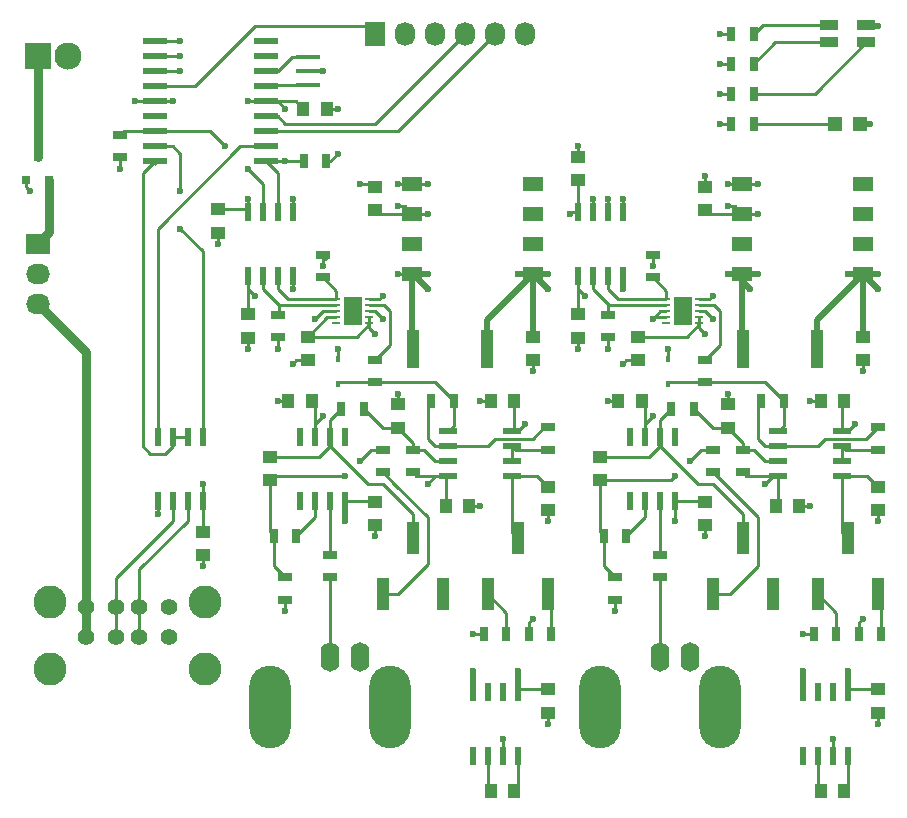
<source format=gtl>
G04 #@! TF.FileFunction,Copper,L1,Top,Signal*
%FSLAX46Y46*%
G04 Gerber Fmt 4.6, Leading zero omitted, Abs format (unit mm)*
G04 Created by KiCad (PCBNEW 4.0.1-stable) date 8/18/2016 11:15:08 PM*
%MOMM*%
G01*
G04 APERTURE LIST*
%ADD10C,0.127000*%
%ADD11R,1.000000X1.250000*%
%ADD12R,1.250000X1.000000*%
%ADD13R,1.500000X0.900000*%
%ADD14R,1.198880X1.198880*%
%ADD15R,2.000000X0.600000*%
%ADD16R,2.032000X1.727200*%
%ADD17O,2.032000X1.727200*%
%ADD18R,2.300000X2.300000*%
%ADD19C,2.300000*%
%ADD20C,1.420000*%
%ADD21C,2.800000*%
%ADD22O,3.500120X7.000240*%
%ADD23O,1.600200X2.499360*%
%ADD24R,1.727200X2.032000*%
%ADD25O,1.727200X2.032000*%
%ADD26R,1.800000X1.200000*%
%ADD27R,0.800100X0.800100*%
%ADD28R,0.700000X1.300000*%
%ADD29R,1.300000X0.700000*%
%ADD30R,1.016000X2.794000*%
%ADD31R,0.600000X1.550000*%
%ADD32R,1.550000X0.600000*%
%ADD33R,0.700000X0.250000*%
%ADD34R,1.650000X2.380000*%
%ADD35R,2.000000X0.400000*%
%ADD36R,1.000000X3.200000*%
%ADD37R,0.450000X0.590000*%
%ADD38C,0.600000*%
%ADD39C,0.254000*%
%ADD40C,0.508000*%
%ADD41C,0.762000*%
G04 APERTURE END LIST*
D10*
D11*
X27575000Y60960000D03*
X29575000Y60960000D03*
D12*
X19050000Y25130000D03*
X19050000Y23130000D03*
X35560000Y33925000D03*
X35560000Y35925000D03*
X22860000Y43545000D03*
X22860000Y41545000D03*
X20320000Y52435000D03*
X20320000Y50435000D03*
X27940000Y41640000D03*
X27940000Y39640000D03*
X33655000Y52340000D03*
X33655000Y54340000D03*
X46990000Y41640000D03*
X46990000Y39640000D03*
X24765000Y29480000D03*
X24765000Y31480000D03*
X48260000Y26940000D03*
X48260000Y28940000D03*
X48260000Y9795000D03*
X48260000Y11795000D03*
D11*
X28305000Y36195000D03*
X26305000Y36195000D03*
D12*
X33655000Y25670000D03*
X33655000Y27670000D03*
D11*
X45450000Y36195000D03*
X43450000Y36195000D03*
X41640000Y27305000D03*
X39640000Y27305000D03*
X43450000Y3175000D03*
X45450000Y3175000D03*
D12*
X50800000Y43545000D03*
X50800000Y41545000D03*
X50800000Y54880000D03*
X50800000Y56880000D03*
X55880000Y41640000D03*
X55880000Y39640000D03*
X63500000Y33925000D03*
X63500000Y35925000D03*
X61595000Y52340000D03*
X61595000Y54340000D03*
X74930000Y41640000D03*
X74930000Y39640000D03*
X52705000Y29480000D03*
X52705000Y31480000D03*
X76200000Y26940000D03*
X76200000Y28940000D03*
X76200000Y9795000D03*
X76200000Y11795000D03*
D11*
X56245000Y36195000D03*
X54245000Y36195000D03*
D12*
X61595000Y25670000D03*
X61595000Y27670000D03*
D11*
X73390000Y36195000D03*
X71390000Y36195000D03*
X69580000Y27305000D03*
X67580000Y27305000D03*
X71390000Y3175000D03*
X73390000Y3175000D03*
D13*
X75210000Y66560000D03*
X75210000Y68060000D03*
X72110000Y68060000D03*
X72110000Y66560000D03*
D14*
X74709020Y59690000D03*
X72610980Y59690000D03*
D15*
X14985000Y66675000D03*
X14985000Y65405000D03*
X14985000Y64135000D03*
X14985000Y62865000D03*
X14985000Y61595000D03*
X14985000Y60325000D03*
X14985000Y59055000D03*
X14985000Y57785000D03*
X14985000Y56515000D03*
X24385000Y56515000D03*
X24385000Y57785000D03*
X24385000Y59055000D03*
X24385000Y60325000D03*
X24385000Y61595000D03*
X24385000Y62865000D03*
X24385000Y64135000D03*
X24385000Y65405000D03*
X24385000Y66675000D03*
D16*
X5080000Y49530000D03*
D17*
X5080000Y46990000D03*
X5080000Y44450000D03*
D18*
X5080000Y65405000D03*
D19*
X7620000Y65405000D03*
D20*
X9200000Y18805005D03*
X11700000Y18805005D03*
X13700000Y18805005D03*
X16200000Y18805005D03*
X9200000Y16185005D03*
X11700000Y16185005D03*
X13700000Y16185005D03*
X16200000Y16185005D03*
D21*
X19270000Y13475005D03*
X19270000Y19155005D03*
X6130000Y19155005D03*
X6130000Y13475005D03*
D22*
X34942780Y10261600D03*
X24744680Y10261600D03*
D23*
X29845000Y14526260D03*
X32344360Y14526260D03*
D22*
X62882780Y10261600D03*
X52684680Y10261600D03*
D23*
X57785000Y14526260D03*
X60284360Y14526260D03*
D24*
X33655000Y67310000D03*
D25*
X36195000Y67310000D03*
X38735000Y67310000D03*
X41275000Y67310000D03*
X43815000Y67310000D03*
X46355000Y67310000D03*
D26*
X36810000Y54610000D03*
X36810000Y52070000D03*
X36810000Y49530000D03*
X36810000Y46990000D03*
X47010000Y46990000D03*
X47010000Y49530000D03*
X47010000Y52070000D03*
X47010000Y54610000D03*
X64750000Y54610000D03*
X64750000Y52070000D03*
X64750000Y49530000D03*
X64750000Y46990000D03*
X74950000Y46990000D03*
X74950000Y49530000D03*
X74950000Y52070000D03*
X74950000Y54610000D03*
D27*
X4130000Y54879240D03*
X6030000Y54879240D03*
X5080000Y56878220D03*
D28*
X65720000Y64770000D03*
X63820000Y64770000D03*
X65720000Y62230000D03*
X63820000Y62230000D03*
X65720000Y67310000D03*
X63820000Y67310000D03*
X63820000Y59690000D03*
X65720000Y59690000D03*
D29*
X29845000Y21275000D03*
X29845000Y23175000D03*
D28*
X30800000Y35560000D03*
X32700000Y35560000D03*
D29*
X33655000Y37785000D03*
X33655000Y39685000D03*
X36830000Y32065000D03*
X36830000Y30165000D03*
D28*
X26985000Y24765000D03*
X25085000Y24765000D03*
D29*
X25400000Y41595000D03*
X25400000Y43495000D03*
D28*
X38420000Y36195000D03*
X40320000Y36195000D03*
D29*
X34290000Y32065000D03*
X34290000Y30165000D03*
D28*
X48575000Y16510000D03*
X46675000Y16510000D03*
D29*
X26035000Y21270000D03*
X26035000Y19370000D03*
X48260000Y33970000D03*
X48260000Y32070000D03*
D28*
X44765000Y16510000D03*
X42865000Y16510000D03*
D29*
X57785000Y21275000D03*
X57785000Y23175000D03*
D28*
X58740000Y35560000D03*
X60640000Y35560000D03*
D29*
X61595000Y37785000D03*
X61595000Y39685000D03*
X53340000Y41595000D03*
X53340000Y43495000D03*
X64770000Y32065000D03*
X64770000Y30165000D03*
D28*
X54925000Y24765000D03*
X53025000Y24765000D03*
X66360000Y36195000D03*
X68260000Y36195000D03*
D29*
X62230000Y32065000D03*
X62230000Y30165000D03*
D28*
X76515000Y16510000D03*
X74615000Y16510000D03*
D29*
X53975000Y21270000D03*
X53975000Y19370000D03*
X76200000Y33970000D03*
X76200000Y32070000D03*
D28*
X72705000Y16510000D03*
X70805000Y16510000D03*
X29525000Y56515000D03*
X27625000Y56515000D03*
D29*
X12065000Y56835000D03*
X12065000Y58735000D03*
X29210000Y48575000D03*
X29210000Y46675000D03*
X57150000Y48575000D03*
X57150000Y46675000D03*
D30*
X34290000Y19875500D03*
X36830000Y24574500D03*
X39370000Y19875500D03*
X43180000Y19875500D03*
X45720000Y24574500D03*
X48260000Y19875500D03*
X62230000Y19875500D03*
X64770000Y24574500D03*
X67310000Y19875500D03*
X71120000Y19875500D03*
X73660000Y24574500D03*
X76200000Y19875500D03*
D31*
X19050000Y33180000D03*
X17780000Y33180000D03*
X16510000Y33180000D03*
X15240000Y33180000D03*
X15240000Y27780000D03*
X16510000Y27780000D03*
X17780000Y27780000D03*
X19050000Y27780000D03*
X27305000Y27780000D03*
X28575000Y27780000D03*
X29845000Y27780000D03*
X31115000Y27780000D03*
X31115000Y33180000D03*
X29845000Y33180000D03*
X28575000Y33180000D03*
X27305000Y33180000D03*
D32*
X39845000Y33655000D03*
X39845000Y32385000D03*
X39845000Y31115000D03*
X39845000Y29845000D03*
X45245000Y29845000D03*
X45245000Y31115000D03*
X45245000Y32385000D03*
X45245000Y33655000D03*
D31*
X22860000Y46830000D03*
X24130000Y46830000D03*
X25400000Y46830000D03*
X26670000Y46830000D03*
X26670000Y52230000D03*
X25400000Y52230000D03*
X24130000Y52230000D03*
X22860000Y52230000D03*
D33*
X33175000Y42815000D03*
X33175000Y43315000D03*
X33175000Y43815000D03*
X33175000Y44315000D03*
X33175000Y44815000D03*
X30325000Y44815000D03*
X30325000Y44315000D03*
X30325000Y43815000D03*
X30325000Y43315000D03*
X30325000Y42815000D03*
D34*
X31750000Y43815000D03*
D31*
X41910000Y6190000D03*
X43180000Y6190000D03*
X44450000Y6190000D03*
X45720000Y6190000D03*
X45720000Y11590000D03*
X44450000Y11590000D03*
X43180000Y11590000D03*
X41910000Y11590000D03*
X55245000Y27780000D03*
X56515000Y27780000D03*
X57785000Y27780000D03*
X59055000Y27780000D03*
X59055000Y33180000D03*
X57785000Y33180000D03*
X56515000Y33180000D03*
X55245000Y33180000D03*
D32*
X67785000Y33655000D03*
X67785000Y32385000D03*
X67785000Y31115000D03*
X67785000Y29845000D03*
X73185000Y29845000D03*
X73185000Y31115000D03*
X73185000Y32385000D03*
X73185000Y33655000D03*
D31*
X50800000Y46830000D03*
X52070000Y46830000D03*
X53340000Y46830000D03*
X54610000Y46830000D03*
X54610000Y52230000D03*
X53340000Y52230000D03*
X52070000Y52230000D03*
X50800000Y52230000D03*
D33*
X61115000Y42815000D03*
X61115000Y43315000D03*
X61115000Y43815000D03*
X61115000Y44315000D03*
X61115000Y44815000D03*
X58265000Y44815000D03*
X58265000Y44315000D03*
X58265000Y43815000D03*
X58265000Y43315000D03*
X58265000Y42815000D03*
D34*
X59690000Y43815000D03*
D31*
X69850000Y6190000D03*
X71120000Y6190000D03*
X72390000Y6190000D03*
X73660000Y6190000D03*
X73660000Y11590000D03*
X72390000Y11590000D03*
X71120000Y11590000D03*
X69850000Y11590000D03*
D35*
X27940000Y64135000D03*
X27940000Y65335000D03*
X27940000Y62935000D03*
D36*
X43105000Y40640000D03*
X36905000Y40640000D03*
X71045000Y40640000D03*
X64845000Y40640000D03*
D37*
X30480000Y39790000D03*
X30480000Y37680000D03*
X58420000Y39790000D03*
X58420000Y37680000D03*
D38*
X50165000Y52070000D03*
X19050000Y29210000D03*
X30480000Y57150000D03*
X12065000Y55880000D03*
X26035000Y60960000D03*
X22860000Y61595000D03*
X22860000Y53340000D03*
X35560000Y52705000D03*
X38100000Y52070000D03*
X63500000Y52705000D03*
X66040000Y52070000D03*
X62865000Y59690000D03*
X76200000Y67945000D03*
X4445000Y53975000D03*
X15240000Y26670000D03*
X19050000Y22225000D03*
X13335000Y61595000D03*
X16510000Y61595000D03*
X29210000Y64135000D03*
X30480000Y60960000D03*
X20320000Y49530000D03*
X26670000Y53340000D03*
X32385000Y54610000D03*
X38100000Y54610000D03*
X35560000Y54610000D03*
X66040000Y54610000D03*
X63500000Y54610000D03*
X54610000Y53340000D03*
X50800000Y57785000D03*
X61595000Y55245000D03*
X75565000Y59690000D03*
X41910000Y16510000D03*
X35560000Y36830000D03*
X38100000Y29210000D03*
X31115000Y26035000D03*
X45720000Y13335000D03*
X48260000Y45720000D03*
X48260000Y46990000D03*
X45720000Y46990000D03*
X41910000Y13335000D03*
X29210000Y34925000D03*
X46355000Y34290000D03*
X33655000Y41910000D03*
X29210000Y47625000D03*
X25400000Y40640000D03*
X23495000Y45085000D03*
X28575000Y43180000D03*
X38100000Y45720000D03*
X38100000Y46990000D03*
X26035000Y18415000D03*
X42545000Y27305000D03*
X33655000Y24765000D03*
X35560000Y46990000D03*
X26670000Y45720000D03*
X34290000Y43180000D03*
X34290000Y45085000D03*
X42545000Y36195000D03*
X26670000Y39370000D03*
X46990000Y38735000D03*
X48260000Y26035000D03*
X46990000Y17780000D03*
X48260000Y8890000D03*
X44450000Y7620000D03*
X25400000Y36195000D03*
X30480000Y40640000D03*
X22860000Y40640000D03*
X31115000Y29845000D03*
X32385000Y31115000D03*
X53340000Y40640000D03*
X61595000Y41910000D03*
X69850000Y13335000D03*
X76200000Y45720000D03*
X76200000Y46990000D03*
X73660000Y46990000D03*
X74295000Y34290000D03*
X57150000Y34925000D03*
X57150000Y47625000D03*
X51435000Y45085000D03*
X54610000Y45720000D03*
X65405000Y45720000D03*
X66040000Y46990000D03*
X63500000Y46990000D03*
X62230000Y43180000D03*
X62230000Y45085000D03*
X57150000Y43180000D03*
X50800000Y40640000D03*
X54610000Y39370000D03*
X53340000Y36195000D03*
X58420000Y40640000D03*
X74930000Y38735000D03*
X70485000Y36195000D03*
X53975000Y18415000D03*
X61595000Y24765000D03*
X70485000Y27305000D03*
X76200000Y26035000D03*
X74930000Y17780000D03*
X72390000Y7620000D03*
X76200000Y8890000D03*
X69850000Y16510000D03*
X59055000Y26035000D03*
X63500000Y36830000D03*
X66675000Y29210000D03*
X73660000Y13335000D03*
X60325000Y31115000D03*
X59055000Y29845000D03*
X17145000Y66675000D03*
X62865000Y67310000D03*
X17145000Y65405000D03*
X62865000Y64770000D03*
X62865000Y62230000D03*
X17145000Y64135000D03*
X22860000Y55880000D03*
X52070000Y53340000D03*
X20955000Y57785000D03*
X17145000Y53975000D03*
X17145000Y50800000D03*
X53340000Y53340000D03*
X26035000Y56515000D03*
D39*
X50800000Y52230000D02*
X50325000Y52230000D01*
X50325000Y52230000D02*
X50165000Y52070000D01*
X19050000Y27780000D02*
X19050000Y29210000D01*
X29525000Y56515000D02*
X29845000Y56515000D01*
X29845000Y56515000D02*
X30480000Y57150000D01*
X12065000Y56835000D02*
X12065000Y55880000D01*
X24385000Y61595000D02*
X25400000Y61595000D01*
X25400000Y61595000D02*
X26035000Y60960000D01*
X24385000Y61595000D02*
X22860000Y61595000D01*
X22860000Y52230000D02*
X22860000Y53340000D01*
X36810000Y52070000D02*
X36175000Y52705000D01*
X36175000Y52705000D02*
X35560000Y52705000D01*
X36810000Y52070000D02*
X38100000Y52070000D01*
X64750000Y52070000D02*
X64115000Y52705000D01*
X64115000Y52705000D02*
X63500000Y52705000D01*
X64750000Y52070000D02*
X66040000Y52070000D01*
X63820000Y59690000D02*
X62865000Y59690000D01*
X75210000Y68060000D02*
X75325000Y67945000D01*
X75325000Y67945000D02*
X76200000Y67945000D01*
X33655000Y52340000D02*
X33925000Y52070000D01*
X33925000Y52070000D02*
X36810000Y52070000D01*
X61595000Y52340000D02*
X61865000Y52070000D01*
X61865000Y52070000D02*
X64750000Y52070000D01*
X27575000Y60960000D02*
X26940000Y61595000D01*
X26940000Y61595000D02*
X24385000Y61595000D01*
X50800000Y52230000D02*
X50800000Y54880000D01*
X20320000Y52435000D02*
X22655000Y52435000D01*
X22655000Y52435000D02*
X22860000Y52230000D01*
X19050000Y25130000D02*
X19050000Y27780000D01*
X4130000Y54879240D02*
X4130000Y54290000D01*
X4130000Y54290000D02*
X4445000Y53975000D01*
X15240000Y27780000D02*
X15240000Y26670000D01*
X19050000Y23130000D02*
X19050000Y22225000D01*
X14985000Y61595000D02*
X13335000Y61595000D01*
X14985000Y61595000D02*
X16510000Y61595000D01*
X27940000Y64135000D02*
X29210000Y64135000D01*
X29575000Y60960000D02*
X30480000Y60960000D01*
X20320000Y50435000D02*
X20320000Y49530000D01*
X26670000Y52230000D02*
X26670000Y53340000D01*
X33655000Y54340000D02*
X33385000Y54610000D01*
X33385000Y54610000D02*
X32385000Y54610000D01*
X36810000Y54610000D02*
X38100000Y54610000D01*
X36810000Y54610000D02*
X35560000Y54610000D01*
X64750000Y54610000D02*
X66040000Y54610000D01*
X64750000Y54610000D02*
X63500000Y54610000D01*
X54610000Y52230000D02*
X54610000Y53340000D01*
X50800000Y56880000D02*
X50800000Y57785000D01*
X61595000Y54340000D02*
X61595000Y55245000D01*
X74709020Y59690000D02*
X75565000Y59690000D01*
X35560000Y33925000D02*
X34335000Y33925000D01*
X34335000Y33925000D02*
X32700000Y35560000D01*
X36830000Y32065000D02*
X36830000Y32655000D01*
X36830000Y32655000D02*
X35560000Y33925000D01*
X39845000Y31115000D02*
X38735000Y31115000D01*
X37785000Y32065000D02*
X36830000Y32065000D01*
X38735000Y31115000D02*
X37785000Y32065000D01*
X39640000Y27305000D02*
X39640000Y29640000D01*
X39640000Y29640000D02*
X39845000Y29845000D01*
X42865000Y16510000D02*
X41910000Y16510000D01*
X35560000Y35925000D02*
X35560000Y36830000D01*
X39845000Y29845000D02*
X38735000Y29845000D01*
X38735000Y29845000D02*
X38100000Y29210000D01*
X39640000Y29640000D02*
X39845000Y29845000D01*
D40*
X31115000Y26035000D02*
X31115000Y27780000D01*
X45720000Y11590000D02*
X45720000Y13335000D01*
D39*
X39845000Y29845000D02*
X37150000Y29845000D01*
X37150000Y29845000D02*
X36830000Y30165000D01*
X39640000Y29640000D02*
X39845000Y29845000D01*
X33655000Y27670000D02*
X33545000Y27780000D01*
X33545000Y27780000D02*
X31115000Y27780000D01*
X45720000Y11590000D02*
X45925000Y11795000D01*
X45925000Y11795000D02*
X48260000Y11795000D01*
D40*
X47010000Y46990000D02*
X47010000Y46970000D01*
X47010000Y46970000D02*
X48260000Y45720000D01*
X47010000Y46990000D02*
X48260000Y46990000D01*
X47010000Y46990000D02*
X45720000Y46990000D01*
X41910000Y11590000D02*
X41910000Y13335000D01*
D39*
X28575000Y33180000D02*
X28575000Y34290000D01*
X28575000Y34290000D02*
X29210000Y34925000D01*
X45245000Y33655000D02*
X45720000Y33655000D01*
X45720000Y33655000D02*
X46355000Y34290000D01*
X33175000Y42815000D02*
X33175000Y42390000D01*
X33175000Y42390000D02*
X33655000Y41910000D01*
X29210000Y48575000D02*
X29210000Y47625000D01*
X25400000Y41595000D02*
X25400000Y40640000D01*
X22860000Y46830000D02*
X22860000Y45720000D01*
X22860000Y45720000D02*
X23495000Y45085000D01*
X29525000Y48260000D02*
X29210000Y48575000D01*
X45450000Y45430000D02*
X47010000Y46990000D01*
X27940000Y41640000D02*
X32115000Y41640000D01*
X32115000Y41640000D02*
X33175000Y42700000D01*
X33175000Y42700000D02*
X33175000Y42815000D01*
X33175000Y43315000D02*
X33175000Y42815000D01*
X30325000Y43315000D02*
X29615000Y43315000D01*
X29615000Y43315000D02*
X27940000Y41640000D01*
X22860000Y43545000D02*
X22860000Y46830000D01*
D40*
X46990000Y41640000D02*
X46990000Y46970000D01*
X46990000Y46970000D02*
X47010000Y46990000D01*
X43105000Y40640000D02*
X43105000Y43085000D01*
X43105000Y43085000D02*
X47010000Y46990000D01*
D39*
X45245000Y33655000D02*
X45450000Y33860000D01*
X45450000Y33860000D02*
X45450000Y36195000D01*
X28575000Y33180000D02*
X28575000Y35925000D01*
X28575000Y35925000D02*
X28305000Y36195000D01*
X30325000Y43815000D02*
X29210000Y43815000D01*
X29210000Y43815000D02*
X28575000Y43180000D01*
D40*
X36810000Y46990000D02*
X36830000Y46990000D01*
X36830000Y46990000D02*
X38100000Y45720000D01*
X36810000Y46990000D02*
X38100000Y46990000D01*
D39*
X26035000Y19370000D02*
X26035000Y18415000D01*
X41640000Y27305000D02*
X42545000Y27305000D01*
X33655000Y25670000D02*
X33655000Y24765000D01*
X36810000Y46990000D02*
X35560000Y46990000D01*
X26670000Y46830000D02*
X26670000Y45720000D01*
X33175000Y43815000D02*
X33655000Y43815000D01*
X33655000Y43815000D02*
X34290000Y43180000D01*
X33175000Y44815000D02*
X34020000Y44815000D01*
X34020000Y44815000D02*
X34290000Y45085000D01*
X43450000Y36195000D02*
X42545000Y36195000D01*
X27940000Y39640000D02*
X26940000Y39640000D01*
X26940000Y39640000D02*
X26670000Y39370000D01*
X46990000Y39640000D02*
X46990000Y38735000D01*
X48260000Y26940000D02*
X48260000Y26035000D01*
X46675000Y16510000D02*
X46675000Y17465000D01*
X46675000Y17465000D02*
X46990000Y17780000D01*
X48260000Y9795000D02*
X48260000Y8890000D01*
X44450000Y6190000D02*
X44450000Y7620000D01*
X26305000Y36195000D02*
X25400000Y36195000D01*
X30480000Y39790000D02*
X30480000Y40640000D01*
X22860000Y41545000D02*
X22860000Y40640000D01*
D40*
X36905000Y40640000D02*
X36810000Y40735000D01*
X36810000Y40735000D02*
X36810000Y46990000D01*
D39*
X34290000Y32065000D02*
X33335000Y32065000D01*
X31115000Y29845000D02*
X25130000Y29845000D01*
X33335000Y32065000D02*
X32385000Y31115000D01*
X24765000Y29480000D02*
X25130000Y29845000D01*
X26035000Y21270000D02*
X25085000Y22220000D01*
X25085000Y22220000D02*
X25085000Y24765000D01*
X24765000Y29480000D02*
X24765000Y25085000D01*
X24765000Y25085000D02*
X25085000Y24765000D01*
X36195000Y27305000D02*
X36830000Y26670000D01*
X36195000Y27305000D02*
X34290000Y29210000D01*
X34290000Y29210000D02*
X33020000Y29210000D01*
X29845000Y32385000D02*
X30480000Y31750000D01*
X33020000Y29210000D02*
X30480000Y31750000D01*
X36830000Y26670000D02*
X36830000Y24574500D01*
X29845000Y33180000D02*
X29845000Y32385000D01*
X29845000Y32385000D02*
X28940000Y31480000D01*
X28940000Y31480000D02*
X24765000Y31480000D01*
X29845000Y33180000D02*
X29845000Y34605000D01*
X29845000Y34605000D02*
X30800000Y35560000D01*
X45720000Y24574500D02*
X45245000Y25049500D01*
X45245000Y25049500D02*
X45245000Y29845000D01*
X48260000Y28940000D02*
X47355000Y29845000D01*
X47355000Y29845000D02*
X45245000Y29845000D01*
X43450000Y3175000D02*
X43180000Y3445000D01*
X43180000Y3445000D02*
X43180000Y6190000D01*
X45450000Y3175000D02*
X45720000Y3445000D01*
X45720000Y3445000D02*
X45720000Y6190000D01*
X53340000Y41595000D02*
X53340000Y40640000D01*
X61115000Y42815000D02*
X61115000Y42390000D01*
X61115000Y42390000D02*
X61595000Y41910000D01*
D40*
X69850000Y11590000D02*
X69850000Y13335000D01*
X74950000Y46990000D02*
X74950000Y46970000D01*
X74950000Y46970000D02*
X76200000Y45720000D01*
X74950000Y46990000D02*
X76200000Y46990000D01*
X74950000Y46990000D02*
X73660000Y46990000D01*
D39*
X73185000Y33655000D02*
X73660000Y33655000D01*
X73660000Y33655000D02*
X74295000Y34290000D01*
X56515000Y33180000D02*
X56515000Y34290000D01*
X56515000Y34290000D02*
X57150000Y34925000D01*
X57150000Y48575000D02*
X57150000Y47625000D01*
X50800000Y46830000D02*
X50800000Y45720000D01*
X50800000Y45720000D02*
X51435000Y45085000D01*
X50800000Y43545000D02*
X50800000Y46830000D01*
D40*
X74950000Y46990000D02*
X74950000Y41660000D01*
X74950000Y41660000D02*
X74930000Y41640000D01*
X71045000Y40640000D02*
X71045000Y43085000D01*
X71045000Y43085000D02*
X74950000Y46990000D01*
D39*
X61115000Y42815000D02*
X61115000Y43315000D01*
X61115000Y42815000D02*
X61115000Y42700000D01*
X61115000Y42700000D02*
X60055000Y41640000D01*
X60055000Y41640000D02*
X55880000Y41640000D01*
X56515000Y33180000D02*
X56515000Y35925000D01*
X56515000Y35925000D02*
X56245000Y36195000D01*
X73185000Y33655000D02*
X73185000Y35990000D01*
X73185000Y35990000D02*
X73390000Y36195000D01*
D40*
X54610000Y46830000D02*
X54610000Y45720000D01*
X64750000Y46990000D02*
X64750000Y46375000D01*
X64750000Y46375000D02*
X65405000Y45720000D01*
X64750000Y46990000D02*
X66040000Y46990000D01*
X64750000Y46990000D02*
X63500000Y46990000D01*
D39*
X61115000Y43815000D02*
X61595000Y43815000D01*
X61595000Y43815000D02*
X62230000Y43180000D01*
X61115000Y44815000D02*
X61960000Y44815000D01*
X61960000Y44815000D02*
X62230000Y45085000D01*
X58265000Y43315000D02*
X57285000Y43315000D01*
X57785000Y43815000D02*
X57150000Y43180000D01*
X57785000Y43815000D02*
X58265000Y43815000D01*
X57285000Y43315000D02*
X57150000Y43180000D01*
X50800000Y41545000D02*
X50800000Y40640000D01*
X55880000Y39640000D02*
X54880000Y39640000D01*
X54880000Y39640000D02*
X54610000Y39370000D01*
X54245000Y36195000D02*
X53340000Y36195000D01*
X58420000Y39790000D02*
X58420000Y40640000D01*
X74930000Y39640000D02*
X74930000Y38735000D01*
X71390000Y36195000D02*
X70485000Y36195000D01*
X53975000Y19370000D02*
X53975000Y18415000D01*
X61595000Y25670000D02*
X61595000Y24765000D01*
X69580000Y27305000D02*
X70485000Y27305000D01*
X76200000Y26940000D02*
X76200000Y26035000D01*
X74615000Y16510000D02*
X74615000Y17465000D01*
X74615000Y17465000D02*
X74930000Y17780000D01*
X72390000Y6190000D02*
X72390000Y7620000D01*
X76200000Y9795000D02*
X76200000Y8890000D01*
D40*
X64845000Y40640000D02*
X64750000Y40735000D01*
X64750000Y40735000D02*
X64750000Y46990000D01*
D39*
X63500000Y33925000D02*
X62275000Y33925000D01*
X62275000Y33925000D02*
X60640000Y35560000D01*
X63500000Y33925000D02*
X64770000Y32655000D01*
X64770000Y32655000D02*
X64770000Y32065000D01*
X64770000Y32065000D02*
X65725000Y32065000D01*
X66675000Y31115000D02*
X67785000Y31115000D01*
X65725000Y32065000D02*
X66675000Y31115000D01*
X70805000Y16510000D02*
X69850000Y16510000D01*
X59055000Y27780000D02*
X59055000Y26035000D01*
X63500000Y35925000D02*
X63500000Y36830000D01*
X67785000Y29845000D02*
X67310000Y29845000D01*
X67310000Y29845000D02*
X66675000Y29210000D01*
D40*
X73660000Y11590000D02*
X73660000Y13335000D01*
D39*
X73660000Y11590000D02*
X73865000Y11795000D01*
X73865000Y11795000D02*
X76200000Y11795000D01*
X67580000Y27305000D02*
X67785000Y27510000D01*
X67785000Y27510000D02*
X67785000Y29845000D01*
X64770000Y30165000D02*
X65090000Y29845000D01*
X65090000Y29845000D02*
X67785000Y29845000D01*
X59055000Y27780000D02*
X61485000Y27780000D01*
X61485000Y27780000D02*
X61595000Y27670000D01*
X52705000Y29480000D02*
X58690000Y29480000D01*
X61275000Y32065000D02*
X62230000Y32065000D01*
X60325000Y31115000D02*
X61275000Y32065000D01*
X58690000Y29480000D02*
X59055000Y29845000D01*
X53025000Y24765000D02*
X52705000Y25085000D01*
X52705000Y25085000D02*
X52705000Y29480000D01*
X53975000Y21270000D02*
X53025000Y22220000D01*
X53025000Y22220000D02*
X53025000Y24765000D01*
X57785000Y33180000D02*
X57785000Y34605000D01*
X57785000Y34605000D02*
X58740000Y35560000D01*
X57785000Y33180000D02*
X57785000Y32385000D01*
X57785000Y32385000D02*
X60960000Y29210000D01*
X64770000Y26670000D02*
X64770000Y24574500D01*
X62230000Y29210000D02*
X64770000Y26670000D01*
X60960000Y29210000D02*
X62230000Y29210000D01*
X52705000Y31480000D02*
X56880000Y31480000D01*
X56880000Y31480000D02*
X57785000Y32385000D01*
X73660000Y24574500D02*
X73185000Y25049500D01*
X73185000Y25049500D02*
X73185000Y29845000D01*
X73185000Y29845000D02*
X75295000Y29845000D01*
X75295000Y29845000D02*
X76200000Y28940000D01*
X71390000Y3175000D02*
X71120000Y3445000D01*
X71120000Y3445000D02*
X71120000Y6190000D01*
X73390000Y3175000D02*
X73660000Y3445000D01*
X73660000Y3445000D02*
X73660000Y6190000D01*
X65720000Y62230000D02*
X70880000Y62230000D01*
X70880000Y62230000D02*
X75210000Y66560000D01*
X65720000Y67310000D02*
X66470000Y68060000D01*
X66470000Y68060000D02*
X72110000Y68060000D01*
X65720000Y64770000D02*
X67510000Y66560000D01*
X67510000Y66560000D02*
X72110000Y66560000D01*
X65720000Y59690000D02*
X72610980Y59690000D01*
X39845000Y33655000D02*
X40320000Y34130000D01*
X40320000Y34130000D02*
X40320000Y36195000D01*
X33655000Y37785000D02*
X38730000Y37785000D01*
X38730000Y37785000D02*
X40320000Y36195000D01*
X33655000Y37785000D02*
X30585000Y37785000D01*
X30585000Y37785000D02*
X30480000Y37680000D01*
X67785000Y33655000D02*
X68260000Y34130000D01*
X68260000Y34130000D02*
X68260000Y36195000D01*
X61595000Y37785000D02*
X66670000Y37785000D01*
X66670000Y37785000D02*
X68260000Y36195000D01*
X58420000Y37680000D02*
X58525000Y37785000D01*
X58525000Y37785000D02*
X61595000Y37785000D01*
X63820000Y67310000D02*
X62865000Y67310000D01*
X17145000Y66675000D02*
X14985000Y66675000D01*
X63820000Y64770000D02*
X62865000Y64770000D01*
X17145000Y65405000D02*
X14985000Y65405000D01*
X14985000Y64135000D02*
X17145000Y64135000D01*
X62865000Y62230000D02*
X63820000Y62230000D01*
X14985000Y62865000D02*
X18415000Y62865000D01*
X23495000Y67945000D02*
X33020000Y67945000D01*
X18415000Y62865000D02*
X23495000Y67945000D01*
X33020000Y67945000D02*
X33655000Y67310000D01*
X13970000Y55245000D02*
X13970000Y55500000D01*
X15240000Y31750000D02*
X14605000Y31750000D01*
X14605000Y31750000D02*
X13970000Y32385000D01*
X13970000Y32385000D02*
X13970000Y55245000D01*
X16510000Y33180000D02*
X16510000Y32385000D01*
X16510000Y32385000D02*
X15875000Y31750000D01*
X15875000Y31750000D02*
X15240000Y31750000D01*
X13970000Y55500000D02*
X14985000Y56515000D01*
X14985000Y56260000D02*
X14985000Y56515000D01*
X17780000Y33180000D02*
X16510000Y33180000D01*
X22860000Y55880000D02*
X24130000Y54610000D01*
X24130000Y54610000D02*
X24130000Y52230000D01*
X52070000Y52230000D02*
X52070000Y53340000D01*
X18415000Y59055000D02*
X14985000Y59055000D01*
X19685000Y59055000D02*
X18415000Y59055000D01*
X20955000Y57785000D02*
X19685000Y59055000D01*
X12065000Y58735000D02*
X12385000Y59055000D01*
X12385000Y59055000D02*
X14985000Y59055000D01*
X19050000Y33180000D02*
X19050000Y48895000D01*
X16510000Y57785000D02*
X14985000Y57785000D01*
X17145000Y57150000D02*
X16510000Y57785000D01*
X17145000Y53975000D02*
X17145000Y57150000D01*
X19050000Y48895000D02*
X17145000Y50800000D01*
X53340000Y52230000D02*
X53340000Y53340000D01*
X25400000Y52230000D02*
X25400000Y55245000D01*
X25400000Y55245000D02*
X25400000Y55500000D01*
X25400000Y55500000D02*
X24385000Y56515000D01*
X24385000Y56515000D02*
X26035000Y56515000D01*
X26035000Y56515000D02*
X27625000Y56515000D01*
X15240000Y33180000D02*
X15240000Y50800000D01*
X22225000Y57785000D02*
X24385000Y57785000D01*
X15240000Y50800000D02*
X22225000Y57785000D01*
X24385000Y59055000D02*
X35560000Y59055000D01*
X35560000Y59055000D02*
X43815000Y67310000D01*
X24385000Y60325000D02*
X25400000Y60325000D01*
X33655000Y59690000D02*
X41275000Y67310000D01*
X26035000Y59690000D02*
X33655000Y59690000D01*
X25400000Y60325000D02*
X26035000Y59690000D01*
X24385000Y62865000D02*
X24455000Y62935000D01*
X24455000Y62935000D02*
X27940000Y62935000D01*
X27940000Y65335000D02*
X26600000Y65335000D01*
X25400000Y64135000D02*
X24385000Y64135000D01*
X26600000Y65335000D02*
X25400000Y64135000D01*
D41*
X5080000Y49530000D02*
X6030000Y50480000D01*
X6030000Y50480000D02*
X6030000Y54879240D01*
X9200000Y18805005D02*
X9200000Y40330000D01*
X9200000Y40330000D02*
X5080000Y44450000D01*
X9200000Y16185005D02*
X9200000Y18805005D01*
X5080000Y56878220D02*
X5080000Y65405000D01*
D39*
X11700000Y18805005D02*
X11700000Y21225000D01*
X16510000Y26035000D02*
X16510000Y27780000D01*
X11700000Y21225000D02*
X16510000Y26035000D01*
X11700000Y16185005D02*
X11700000Y18805005D01*
X13700000Y18805005D02*
X13700000Y21955000D01*
X17780000Y26035000D02*
X17780000Y27780000D01*
X13700000Y21955000D02*
X17780000Y26035000D01*
X13700000Y18805005D02*
X13700000Y16185005D01*
X29845000Y14526260D02*
X29845000Y21275000D01*
X57785000Y14526260D02*
X57785000Y21275000D01*
X29845000Y23175000D02*
X29845000Y27780000D01*
X33655000Y39685000D02*
X34925000Y40955000D01*
X34425000Y44315000D02*
X33175000Y44315000D01*
X34925000Y43815000D02*
X34425000Y44315000D01*
X34925000Y40955000D02*
X34925000Y43815000D01*
X28575000Y27780000D02*
X28575000Y26355000D01*
X28575000Y26355000D02*
X26985000Y24765000D01*
X24130000Y46830000D02*
X24130000Y45720000D01*
X24130000Y45720000D02*
X25535000Y44315000D01*
X25400000Y43495000D02*
X25535000Y43630000D01*
X25535000Y43630000D02*
X25535000Y44315000D01*
X30325000Y44315000D02*
X25535000Y44315000D01*
X41275000Y32385000D02*
X43180000Y32385000D01*
X39845000Y32385000D02*
X41275000Y32385000D01*
X46990000Y33020000D02*
X43815000Y33020000D01*
X46990000Y33020000D02*
X47940000Y33970000D01*
X43180000Y32385000D02*
X43815000Y33020000D01*
X48260000Y33970000D02*
X47940000Y33970000D01*
X38420000Y36195000D02*
X38100000Y35875000D01*
X38100000Y35875000D02*
X38100000Y33020000D01*
X38100000Y33020000D02*
X38735000Y32385000D01*
X38735000Y32385000D02*
X39845000Y32385000D01*
X35560000Y19875500D02*
X38100000Y22415500D01*
X38100000Y22415500D02*
X38100000Y22860000D01*
X38100000Y26355000D02*
X38100000Y22860000D01*
X35245000Y29210000D02*
X34290000Y30165000D01*
X35245000Y29210000D02*
X38100000Y26355000D01*
X34290000Y19875500D02*
X35560000Y19875500D01*
X48260000Y19875500D02*
X48575000Y19560500D01*
X48575000Y19560500D02*
X48575000Y16510000D01*
X45245000Y32385000D02*
X45560000Y32070000D01*
X45560000Y32070000D02*
X48260000Y32070000D01*
X45245000Y32385000D02*
X45245000Y31115000D01*
X43180000Y19875500D02*
X44765000Y18290500D01*
X44765000Y18290500D02*
X44765000Y16510000D01*
X57785000Y23175000D02*
X57785000Y27780000D01*
X61595000Y39685000D02*
X62865000Y40955000D01*
X62365000Y44315000D02*
X61115000Y44315000D01*
X62865000Y43815000D02*
X62365000Y44315000D01*
X62865000Y40955000D02*
X62865000Y43815000D01*
X53340000Y43495000D02*
X53340000Y44450000D01*
X58265000Y44315000D02*
X53475000Y44315000D01*
X52070000Y45720000D02*
X52070000Y46830000D01*
X53475000Y44315000D02*
X53340000Y44450000D01*
X53340000Y44450000D02*
X52070000Y45720000D01*
X54925000Y24765000D02*
X56515000Y26355000D01*
X56515000Y26355000D02*
X56515000Y27780000D01*
X66360000Y36195000D02*
X66040000Y35875000D01*
X66040000Y35875000D02*
X66040000Y33020000D01*
X66040000Y33020000D02*
X66675000Y32385000D01*
X66675000Y32385000D02*
X67785000Y32385000D01*
X67785000Y32385000D02*
X71120000Y32385000D01*
X75250000Y33020000D02*
X76200000Y33970000D01*
X71755000Y33020000D02*
X75250000Y33020000D01*
X71120000Y32385000D02*
X71755000Y33020000D01*
X62230000Y19875500D02*
X63690500Y19875500D01*
X66040000Y26355000D02*
X62230000Y30165000D01*
X66040000Y22225000D02*
X66040000Y26355000D01*
X63690500Y19875500D02*
X66040000Y22225000D01*
X76515000Y16510000D02*
X76515000Y19560500D01*
X76515000Y19560500D02*
X76200000Y19875500D01*
X73185000Y31115000D02*
X73185000Y32385000D01*
X73185000Y32385000D02*
X73500000Y32070000D01*
X73500000Y32070000D02*
X76200000Y32070000D01*
X71120000Y19875500D02*
X72705000Y18290500D01*
X72705000Y18290500D02*
X72705000Y16510000D01*
X30325000Y44815000D02*
X26305000Y44815000D01*
X25400000Y45720000D02*
X25400000Y46830000D01*
X26305000Y44815000D02*
X25400000Y45720000D01*
X30325000Y44815000D02*
X30325000Y45560000D01*
X30325000Y45560000D02*
X29210000Y46675000D01*
X57150000Y46675000D02*
X58265000Y45560000D01*
X58265000Y45560000D02*
X58265000Y44815000D01*
X58265000Y44815000D02*
X54245000Y44815000D01*
X53340000Y45720000D02*
X53340000Y46830000D01*
X54245000Y44815000D02*
X53340000Y45720000D01*
M02*

</source>
